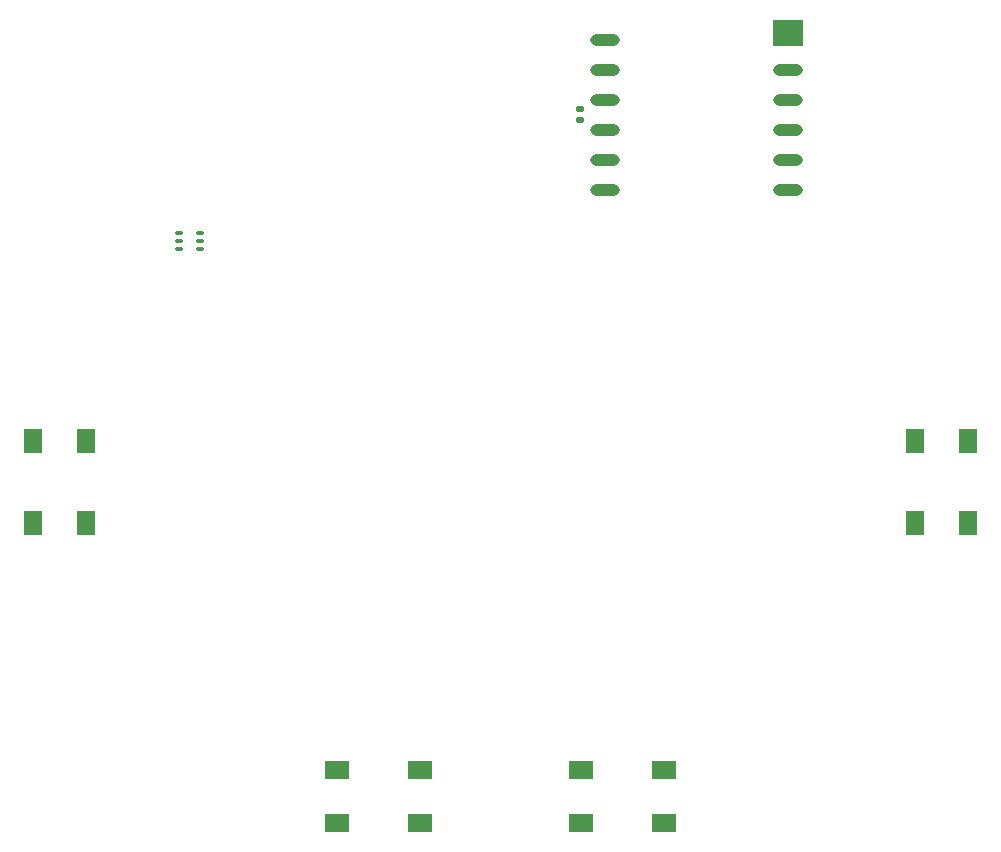
<source format=gtp>
%TF.GenerationSoftware,KiCad,Pcbnew,7.0.1-3b83917a11~172~ubuntu22.04.1*%
%TF.CreationDate,2023-04-06T21:51:21-06:00*%
%TF.ProjectId,gps-tracker,6770732d-7472-4616-936b-65722e6b6963,rev?*%
%TF.SameCoordinates,Original*%
%TF.FileFunction,Paste,Top*%
%TF.FilePolarity,Positive*%
%FSLAX46Y46*%
G04 Gerber Fmt 4.6, Leading zero omitted, Abs format (unit mm)*
G04 Created by KiCad (PCBNEW 7.0.1-3b83917a11~172~ubuntu22.04.1) date 2023-04-06 21:51:21*
%MOMM*%
%LPD*%
G01*
G04 APERTURE LIST*
G04 Aperture macros list*
%AMRoundRect*
0 Rectangle with rounded corners*
0 $1 Rounding radius*
0 $2 $3 $4 $5 $6 $7 $8 $9 X,Y pos of 4 corners*
0 Add a 4 corners polygon primitive as box body*
4,1,4,$2,$3,$4,$5,$6,$7,$8,$9,$2,$3,0*
0 Add four circle primitives for the rounded corners*
1,1,$1+$1,$2,$3*
1,1,$1+$1,$4,$5*
1,1,$1+$1,$6,$7*
1,1,$1+$1,$8,$9*
0 Add four rect primitives between the rounded corners*
20,1,$1+$1,$2,$3,$4,$5,0*
20,1,$1+$1,$4,$5,$6,$7,0*
20,1,$1+$1,$6,$7,$8,$9,0*
20,1,$1+$1,$8,$9,$2,$3,0*%
G04 Aperture macros list end*
%ADD10RoundRect,0.075000X0.250000X0.075000X-0.250000X0.075000X-0.250000X-0.075000X0.250000X-0.075000X0*%
%ADD11R,1.500000X2.000000*%
%ADD12R,2.000000X1.500000*%
%ADD13RoundRect,0.140000X0.170000X-0.140000X0.170000X0.140000X-0.170000X0.140000X-0.170000X-0.140000X0*%
%ADD14O,2.500000X1.000000*%
%ADD15R,2.500000X2.250000*%
G04 APERTURE END LIST*
D10*
%TO.C,U3*%
X85600000Y-77040000D03*
X85600000Y-76390000D03*
X85600000Y-75740000D03*
X83800000Y-75740000D03*
X83800000Y-76390000D03*
X83800000Y-77040000D03*
%TD*%
D11*
%TO.C,SW3*%
X146150000Y-100300000D03*
X146150000Y-93300000D03*
X150650000Y-100300000D03*
X150650000Y-93300000D03*
%TD*%
D12*
%TO.C,SW5*%
X97230000Y-121150000D03*
X104230000Y-121150000D03*
X97230000Y-125650000D03*
X104230000Y-125650000D03*
%TD*%
D11*
%TO.C,SW1*%
X75950000Y-93300000D03*
X75950000Y-100300000D03*
X71450000Y-93300000D03*
X71450000Y-100300000D03*
%TD*%
D13*
%TO.C,C31*%
X117800000Y-66160000D03*
X117800000Y-65200000D03*
%TD*%
D14*
%TO.C,U6*%
X119900000Y-59400000D03*
X119900000Y-61940000D03*
X119900000Y-64480000D03*
X119900000Y-67020000D03*
X119900000Y-69560000D03*
X119900000Y-72100000D03*
X135400000Y-72100000D03*
X135400000Y-69560000D03*
X135400000Y-67020000D03*
X135400000Y-64480000D03*
X135400000Y-61940000D03*
D15*
X135400000Y-58775000D03*
%TD*%
D12*
%TO.C,SW4*%
X117870000Y-121150000D03*
X124870000Y-121150000D03*
X117870000Y-125650000D03*
X124870000Y-125650000D03*
%TD*%
M02*

</source>
